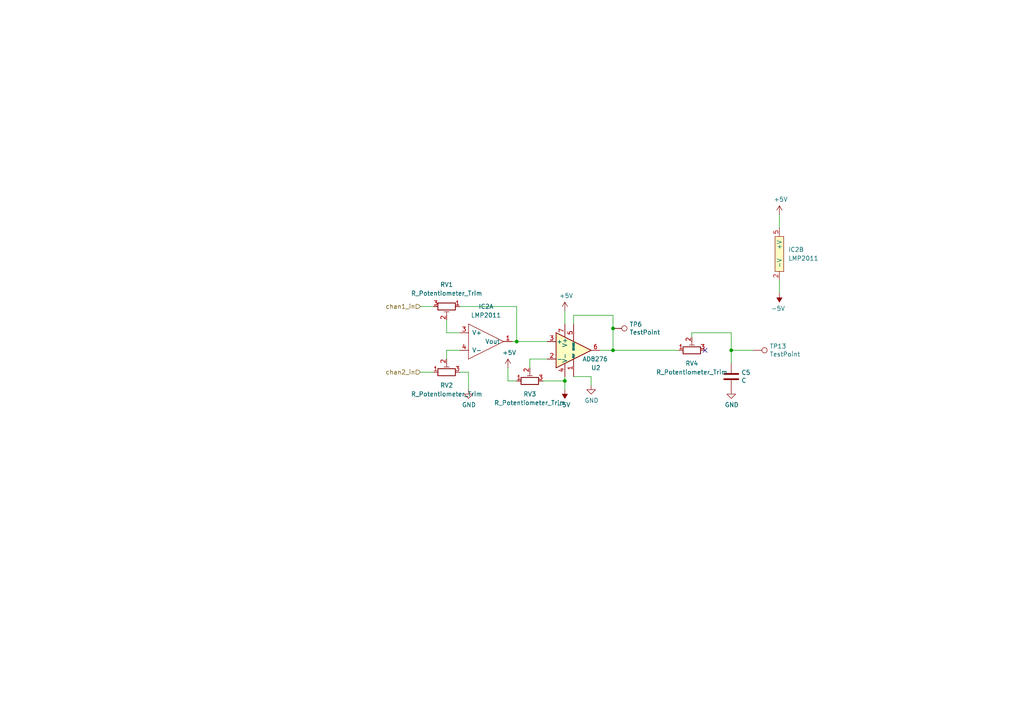
<source format=kicad_sch>
(kicad_sch (version 20231120) (generator "eeschema") (generator_version "8.0")
  (paper "A4")
  (lib_symbols
    (symbol "Amplifier_Difference:AD8276" (pin_names (offset 0.127))
      (property "Reference" "U" (at 7.62 5.08 0))
      (property "Value" "AD8276" (at 7.62 2.54 0))
      (symbol "AD8276_0_1"
        (polyline (pts (xy -5.08 5.08) (xy 5.08 0) (xy -5.08 -5.08) (xy -5.08 5.08)) (stroke (width 0.254)) (fill (type background)))
      )
      (symbol "AD8276_1_1"
        (pin passive line (at 0 -7.62 90) (length 5.08) (name "REF") (number "1"))
        (pin passive line (at -7.62 -2.54 0) (length 2.54) (name "-") (number "2"))
        (pin passive line (at -7.62 2.54 0) (length 2.54) (name "+") (number "3"))
        (pin power_in line (at -2.54 -7.62 90) (length 3.81) (name "V-") (number "4"))
        (pin passive line (at 0 7.62 270) (length 5.08) (name "SENSE") (number "5"))
        (pin output line (at 7.62 0 180) (length 2.54) (name "~") (number "6"))
        (pin power_in line (at -2.54 7.62 270) (length 3.81) (name "V+") (number "7"))
        (pin no_connect line (at -5.08 0 0) (length 2.54) hide (name "~") (number "8"))
      )
    )
    (symbol "Connector:TestPoint" (pin_numbers hide) (pin_names (offset 0.762) hide)
      (property "Reference" "TP" (at 0 6.858 0))
      (property "Value" "TestPoint" (at 0 5.08 0))
      (symbol "TestPoint_0_1"
        (circle (center 0 3.302) (radius 0.762))
      )
      (symbol "TestPoint_1_1"
        (pin passive line (at 0 0 90) (length 2.54) (name "1") (number "1"))
      )
    )
    (symbol "Device:C" (pin_numbers hide) (pin_names (offset 0.254))
      (property "Reference" "C" (at 0.635 2.54 0))
      (property "Value" "C" (at 0.635 -2.54 0))
      (symbol "C_0_1"
        (polyline (pts (xy -2.032 -0.762) (xy 2.032 -0.762)) (stroke (width 0.508)))
        (polyline (pts (xy -2.032 0.762) (xy 2.032 0.762)) (stroke (width 0.508)))
      )
      (symbol "C_1_1"
        (pin passive line (at 0 3.81 270) (length 2.794) (name "~") (number "1"))
        (pin passive line (at 0 -3.81 90) (length 2.794) (name "~") (number "2"))
      )
    )
    (symbol "Device:R_Potentiometer_Trim" (pin_names (offset 1.016) hide)
      (property "Reference" "RV" (at -4.445 0 90))
      (property "Value" "R_Potentiometer_Trim" (at -2.54 0 90))
      (symbol "R_Potentiometer_Trim_0_1"
        (polyline (pts (xy 1.524 0.762) (xy 1.524 -0.762)))
        (polyline (pts (xy 2.54 0) (xy 1.524 0)))
        (rectangle (start 1.016 2.54) (end -1.016 -2.54) (stroke (width 0.254)))
      )
      (symbol "R_Potentiometer_Trim_1_1"
        (pin passive line (at 0 3.81 270) (length 1.27) (name "1") (number "1"))
        (pin passive line (at 3.81 0 180) (length 1.27) (name "2") (number "2"))
        (pin passive line (at 0 -3.81 90) (length 1.27) (name "3") (number "3"))
      )
    )
    (symbol "dodo-analog:LMP2011" (pin_names (offset 1.016))
      (property "Reference" "IC" (at 0 5.08 0))
      (property "Value" "LMP2011" (at 0 -6.35 0))
      (symbol "LMP2011_1_1"
        (polyline (pts (xy -3.81 5.08) (xy -3.81 -5.08)))
        (polyline (pts (xy -3.81 -5.08) (xy 6.35 0) (xy -3.81 5.08)))
        (pin output line (at 8.89 0 180) (length 2.54) (name "Vout") (number "1"))
        (pin input line (at -6.35 2.54 0) (length 2.54) (name "V+") (number "3"))
        (pin input line (at -6.35 -2.54 0) (length 2.54) (name "V-") (number "4"))
      )
      (symbol "LMP2011_2_1"
        (rectangle (start -5.08 1.27) (end 5.08 -1.27) (fill (type background)))
        (pin power_in line (at 7.62 0 180) (length 2.54) (name "-V") (number "2"))
        (pin power_in line (at -7.62 0 0) (length 2.54) (name "+V") (number "5"))
      )
    )
    (symbol "power:+5V" (power) (pin_names (offset 0))
      (property "Value" "+5V" (at 0 3.556 0))
      (symbol "+5V_0_1"
        (polyline (pts (xy -0.762 1.27) (xy 0 2.54)))
        (polyline (pts (xy 0 0) (xy 0 2.54)))
        (polyline (pts (xy 0 2.54) (xy 0.762 1.27)))
      )
      (symbol "+5V_1_1"
        (pin power_in line (at 0 0 90) (length 0) hide (name "+5V") (number "1"))
      )
    )
    (symbol "power:-5V" (power) (pin_names (offset 0))
      (property "Value" "-5V" (at 0 3.81 0))
      (symbol "-5V_0_0"
        (pin power_in line (at 0 0 90) (length 0) hide (name "-5V") (number "1"))
      )
      (symbol "-5V_0_1"
        (polyline (pts (xy 0 0) (xy 0 1.27) (xy 0.762 1.27) (xy 0 2.54) (xy -0.762 1.27) (xy 0 1.27)) (fill (type outline)))
      )
    )
    (symbol "power:GND" (power) (pin_names (offset 0))
      (property "Value" "GND" (at 0 -3.81 0))
      (symbol "GND_0_1"
        (polyline (pts (xy 0 0) (xy 0 -1.27) (xy 1.27 -1.27) (xy 0 -2.54) (xy -1.27 -1.27) (xy 0 -1.27)))
      )
      (symbol "GND_1_1"
        (pin power_in line (at 0 0 270) (length 0) hide (name "GND") (number "1"))
      )
    )
  )
  (junction (at 163.83 110.49))
  (junction (at 177.8 95.25))
  (junction (at 149.86 99.06))
  (junction (at 177.8 101.6))
  (junction (at 212.09 101.6))
  (no_connect (at 204.47 101.6))
  (wire (pts (xy 157.48 110.49) (xy 163.83 110.49)))
  (wire (pts (xy 218.44 101.6) (xy 212.09 101.6)))
  (wire (pts (xy 177.8 101.6) (xy 196.85 101.6)))
  (wire (pts (xy 226.06 66.04) (xy 226.06 62.23)))
  (wire (pts (xy 200.66 97.79) (xy 200.66 96.52)))
  (wire (pts (xy 125.73 88.9) (xy 121.92 88.9)))
  (wire (pts (xy 226.06 81.28) (xy 226.06 85.09)))
  (wire (pts (xy 153.67 104.14) (xy 158.75 104.14)))
  (wire (pts (xy 129.54 96.52) (xy 129.54 92.71)))
  (wire (pts (xy 163.83 113.03) (xy 163.83 110.49)))
  (wire (pts (xy 149.86 99.06) (xy 149.86 88.9)))
  (wire (pts (xy 135.89 113.03) (xy 135.89 107.95)))
  (wire (pts (xy 177.8 91.44) (xy 177.8 95.25)))
  (wire (pts (xy 153.67 106.68) (xy 153.67 104.14)))
  (wire (pts (xy 129.54 104.14) (xy 129.54 101.6)))
  (wire (pts (xy 173.99 101.6) (xy 177.8 101.6)))
  (wire (pts (xy 149.86 88.9) (xy 133.35 88.9)))
  (wire (pts (xy 129.54 101.6) (xy 133.35 101.6)))
  (wire (pts (xy 163.83 93.98) (xy 163.83 90.17)))
  (wire (pts (xy 133.35 96.52) (xy 129.54 96.52)))
  (wire (pts (xy 212.09 96.52) (xy 212.09 101.6)))
  (wire (pts (xy 166.37 91.44) (xy 177.8 91.44)))
  (wire (pts (xy 177.8 95.25) (xy 177.8 101.6)))
  (wire (pts (xy 212.09 101.6) (xy 212.09 105.41)))
  (wire (pts (xy 125.73 107.95) (xy 121.92 107.95)))
  (wire (pts (xy 148.59 99.06) (xy 149.86 99.06)))
  (wire (pts (xy 135.89 107.95) (xy 133.35 107.95)))
  (wire (pts (xy 149.86 99.06) (xy 158.75 99.06)))
  (wire (pts (xy 166.37 93.98) (xy 166.37 91.44)))
  (wire (pts (xy 147.32 110.49) (xy 147.32 106.68)))
  (wire (pts (xy 163.83 110.49) (xy 163.83 109.22)))
  (wire (pts (xy 149.86 110.49) (xy 147.32 110.49)))
  (wire (pts (xy 171.45 109.22) (xy 171.45 111.76)))
  (wire (pts (xy 200.66 96.52) (xy 212.09 96.52)))
  (wire (pts (xy 166.37 109.22) (xy 171.45 109.22)))
  (hierarchical_label "chan1_in" (shape input) (at 121.92 88.9 180))
  (hierarchical_label "chan2_in" (shape input) (at 121.92 107.95 180))
  (symbol (lib_id "Amplifier_Difference:AD8276") (at 166.37 101.6 0) (unit 1)
    (property "Reference" "U2" (at 171.45 106.68 0) (effects (justify left)))
    (property "Value" "AD8276" (at 168.91 104.14 0) (effects (justify left)))
    (property "Footprint" "Package_SO:SOIC-8_3.9x4.9mm_P1.27mm" (effects (hide yes)))
    (property "Datasheet" "https://www.analog.com/media/en/technical-documentation/data-sheets/AD8276_8277.pdf" (effects (hide yes)))
  )
  (symbol (lib_id "power:-5V") (at 163.83 113.03 180) (unit 1)
    (property "Reference" "#PWR07" (effects (hide yes)))
    (property "Value" "-5V" (at 163.449 117.4242 0))
  )
  (symbol (lib_id "power:+5V") (at 163.83 90.17 0) (unit 1)
    (property "Reference" "#PWR06" (effects (hide yes)))
    (property "Value" "+5V" (at 164.211 85.7758 0))
  )
  (symbol (lib_id "power:GND") (at 171.45 111.76 0) (unit 1)
    (property "Reference" "#PWR08" (effects (hide yes)))
    (property "Value" "GND" (at 171.577 116.1542 0))
  )
  (symbol (lib_id "power:+5V") (at 226.06 62.23 0) (unit 1)
    (property "Reference" "#PWR09" (effects (hide yes)))
    (property "Value" "+5V" (at 226.441 57.8358 0))
  )
  (symbol (lib_id "power:-5V") (at 226.06 85.09 180) (unit 1)
    (property "Reference" "#PWR010" (effects (hide yes)))
    (property "Value" "-5V" (at 225.679 89.4842 0))
  )
  (symbol (lib_id "power:+5V") (at 147.32 106.68 0) (unit 1)
    (property "Reference" "#PWR05" (effects (hide yes)))
    (property "Value" "+5V" (at 147.701 102.2858 0))
  )
  (symbol (lib_id "power:GND") (at 135.89 113.03 0) (unit 1)
    (property "Reference" "#PWR04" (effects (hide yes)))
    (property "Value" "GND" (at 136.017 117.4242 0))
  )
  (symbol (lib_id "Connector:TestPoint") (at 177.8 95.25 270) (unit 1)
    (property "Reference" "TP6" (at 182.5752 94.0816 90) (effects (justify left)))
    (property "Value" "TestPoint" (at 182.5752 96.393 90) (effects (justify left)))
    (property "Footprint" "TestPoint:TestPoint_Pad_3.0x3.0mm" (effects (hide yes)))
    (property "Datasheet" "https://eu.mouser.com/datasheet/2/215/Keystone_Electronics_04082019_5190TR-5199TR-1551357.pdf" (effects (hide yes)))
    (property "BOM" "https://eu.mouser.com/ProductDetail/Keystone-Electronics/5194TR?qs=sGAEpiMZZMtzcnMBgC2bs84ygu06jYzulkX4bJ%2F%252Bd0s%3D" (effects (hide yes)))
  )
  (symbol (lib_id "Device:C") (at 212.09 109.22 0) (unit 1)
    (property "Reference" "C5" (at 215.011 108.0516 0) (effects (justify left)))
    (property "Value" "C" (at 215.011 110.363 0) (effects (justify left)))
    (property "Footprint" "Capacitor_SMD:C_0603_1608Metric" (effects (hide yes)))
  )
  (symbol (lib_id "power:GND") (at 212.09 113.03 0) (unit 1)
    (property "Reference" "#PWR027" (effects (hide yes)))
    (property "Value" "GND" (at 212.217 117.4242 0))
  )
  (symbol (lib_id "Connector:TestPoint") (at 218.44 101.6 270) (unit 1)
    (property "Reference" "TP13" (at 223.2152 100.4316 90) (effects (justify left)))
    (property "Value" "TestPoint" (at 223.2152 102.743 90) (effects (justify left)))
    (property "Footprint" "TestPoint:TestPoint_Pad_3.0x3.0mm" (effects (hide yes)))
    (property "Datasheet" "https://eu.mouser.com/datasheet/2/215/Keystone_Electronics_04082019_5190TR-5199TR-1551357.pdf" (effects (hide yes)))
    (property "BOM" "https://eu.mouser.com/ProductDetail/Keystone-Electronics/5194TR?qs=sGAEpiMZZMtzcnMBgC2bs84ygu06jYzulkX4bJ%2F%252Bd0s%3D" (effects (hide yes)))
  )
  (symbol (lib_id "Device:R_Potentiometer_Trim") (at 200.66 101.6 90) (unit 1)
    (property "Reference" "RV4" (at 200.66 105.41 90))
    (property "Value" "R_Potentiometer_Trim" (at 200.66 107.95 90))
    (property "Description" "Trim-potentiometer" (effects (hide yes)))
  )
  (symbol (lib_id "dodo-analog:LMP2011") (at 139.7 99.06 0) (unit 1)
    (property "Reference" "IC2" (at 140.97 88.9 0))
    (property "Value" "LMP2011" (at 140.97 91.44 0))
    (property "Footprint" "Package_TO_SOT_SMD:SOT-23-5" (effects (hide yes)))
    (property "Datasheet" "http://www.ti.com/lit/ds/symlink/lmp2011.pdf" (effects (hide yes)))
  )
  (symbol (lib_id "Device:R_Potentiometer_Trim") (at 129.54 88.9 270) (unit 1)
    (property "Reference" "RV1" (at 129.54 82.55 90))
    (property "Value" "R_Potentiometer_Trim" (at 129.54 85.09 90))
    (property "Description" "Trim-potentiometer" (effects (hide yes)))
  )
  (symbol (lib_id "Device:R_Potentiometer_Trim") (at 129.54 107.95 90) (unit 1)
    (property "Reference" "RV2" (at 129.54 111.76 90))
    (property "Value" "R_Potentiometer_Trim" (at 129.54 114.3 90))
    (property "Description" "Trim-potentiometer" (effects (hide yes)))
  )
  (symbol (lib_id "Device:R_Potentiometer_Trim") (at 153.67 110.49 90) (unit 1)
    (property "Reference" "RV3" (at 153.67 114.3 90))
    (property "Value" "R_Potentiometer_Trim" (at 153.67 116.84 90))
    (property "Description" "Trim-potentiometer" (effects (hide yes)))
  )
  (symbol (lib_id "dodo-analog:LMP2011") (at 226.06 73.66 270) (unit 2)
    (property "Reference" "IC2" (at 228.6 72.3899 90) (effects (justify left)))
    (property "Value" "LMP2011" (at 228.6 74.9299 90) (effects (justify left)))
    (property "Footprint" "Package_TO_SOT_SMD:SOT-23-5" (effects (hide yes)))
    (property "Datasheet" "http://www.ti.com/lit/ds/symlink/lmp2011.pdf" (effects (hide yes)))
  )
)
</source>
